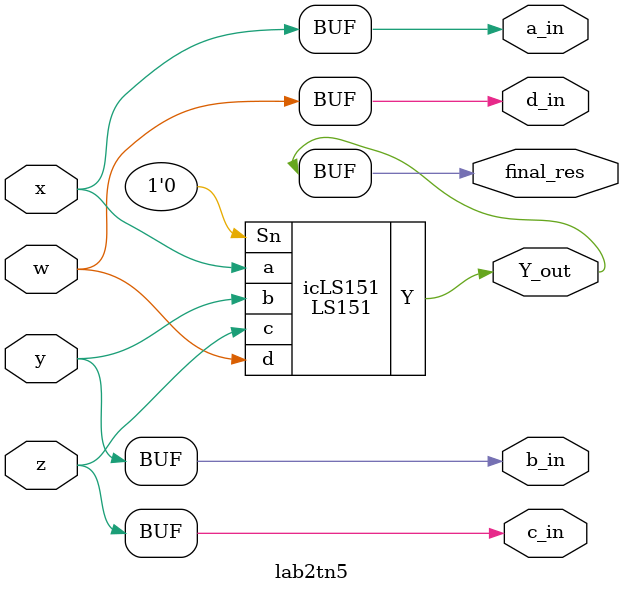
<source format=sv>
module LS151 (
input logic a,b,c,d,
input logic Sn,
output logic Y
);
logic[2:0]	ABC;
assign ABC={a,b,c};
logic[7:0] D;
assign D[0]=1'b0;
assign D[1]=~d;
assign D[2]=d;
assign D[3]=d;
assign D[4]=d;
assign D[5]=1'b0;
assign D[6]=1'b1;
assign D[7]=1'b0;
always_comb begin : lab2tn3
if	(Sn=='b1) 
Y=1;
else 
case(ABC)
	3'b000 :Y=D[0];
	3'b001 :Y=D[1];
	3'b010 :Y=D[2];
	3'b011 :Y=D[3];
	3'b100 :Y=D[4];
	3'b101 :Y=D[5];
	3'b110 :Y=D[6];
	3'b111 :Y=D[7];
endcase
end
endmodule
module lab2tn5(a_in,b_in,c_in,d_in,x,y,z,w,final_res,Y_out);
input y,x,z,w;
output a_in,b_in,c_in,d_in,final_res,Y_out;
assign a_in=x;
assign b_in=y;
assign c_in=z;
assign d_in=w;
LS151 icLS151(.Sn(1'b0),.a(x),.b(y),.c(z),.d(w),.Y(Y_out));
assign final_res=Y_out;
endmodule

</source>
